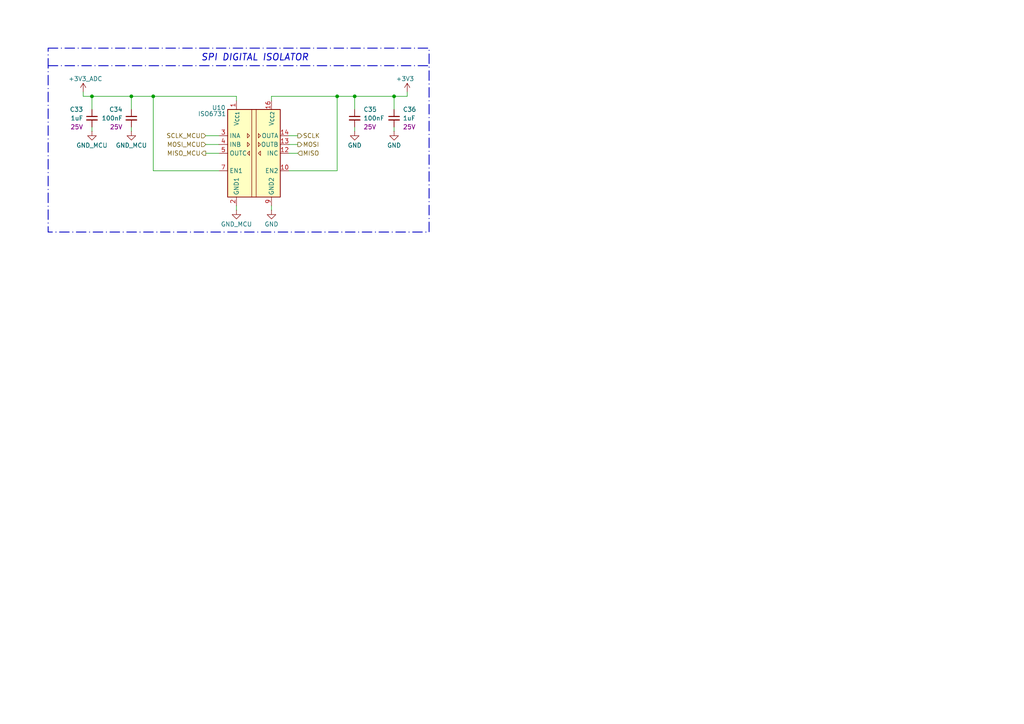
<source format=kicad_sch>
(kicad_sch (version 20231120) (generator "eeschema") (generator_version "8.0")
  (paper "A4")
  (lib_symbols
    (symbol "Device:C_Small" (pin_numbers hide) (pin_names (offset 0.254) hide)
      (property "Reference" "C" (at 0.254 1.778 0))
      (property "Value" "C_Small" (at 0.254 -2.032 0))
      (symbol "C_Small_0_1"
        (polyline (pts (xy -1.524 -0.508) (xy 1.524 -0.508)) (stroke (width 0.3302)))
        (polyline (pts (xy -1.524 0.508) (xy 1.524 0.508)) (stroke (width 0.3048)))
      )
      (symbol "C_Small_1_1"
        (pin passive line (at 0 2.54 270) (length 2.032) (name "~") (number "1"))
        (pin passive line (at 0 -2.54 90) (length 2.032) (name "~") (number "2"))
      )
    )
    (symbol "Isolator:ISO6731"
      (property "Reference" "U" (at 8.255 14.605 0))
      (property "Value" "ISO6731" (at 8.255 12.065 0))
      (symbol "ISO6731_0_1"
        (rectangle (start -7.62 12.7) (end 7.62 -12.7) (stroke (width 0.254)) (fill (type background)))
        (polyline (pts (xy -0.635 12.7) (xy -0.635 -12.7)))
        (polyline (pts (xy 0.635 12.7) (xy 0.635 -12.7)))
      )
      (symbol "ISO6731_1_1"
        (polyline (pts (xy -1.905 3.175) (xy -1.27 2.54) (xy -1.905 1.905) (xy -1.905 3.175)))
        (polyline (pts (xy -1.905 5.715) (xy -1.27 5.08) (xy -1.905 4.445) (xy -1.905 5.715)))
        (polyline (pts (xy -1.27 -0.635) (xy -1.905 0) (xy -1.27 0.635) (xy -1.27 -0.635)))
        (polyline (pts (xy 1.27 3.175) (xy 1.905 2.54) (xy 1.27 1.905) (xy 1.27 3.175)))
        (polyline (pts (xy 1.27 5.715) (xy 1.905 5.08) (xy 1.27 4.445) (xy 1.27 5.715)))
        (polyline (pts (xy 1.905 -0.635) (xy 1.27 0) (xy 1.905 0.635) (xy 1.905 -0.635)))
        (pin power_in line (at -5.08 15.24 270) (length 2.54) (name "V_{CC1}") (number "1"))
        (pin input line (at 10.16 -5.08 180) (length 2.54) (name "EN2") (number "10"))
        (pin no_connect line (at 7.62 -2.54 180) (length 2.54) hide (name "NC") (number "11"))
        (pin input line (at 10.16 0 180) (length 2.54) (name "INC") (number "12"))
        (pin output line (at 10.16 2.54 180) (length 2.54) (name "OUTB") (number "13"))
        (pin output line (at 10.16 5.08 180) (length 2.54) (name "OUTA") (number "14"))
        (pin passive line (at 5.08 -15.24 90) (length 2.54) hide (name "GND2") (number "15"))
        (pin power_in line (at 5.08 15.24 270) (length 2.54) (name "V_{CC2}") (number "16"))
        (pin power_in line (at -5.08 -15.24 90) (length 2.54) (name "GND1") (number "2"))
        (pin input line (at -10.16 5.08 0) (length 2.54) (name "INA") (number "3"))
        (pin input line (at -10.16 2.54 0) (length 2.54) (name "INB") (number "4"))
        (pin output line (at -10.16 0 0) (length 2.54) (name "OUTC") (number "5"))
        (pin no_connect line (at -7.62 -2.54 0) (length 2.54) hide (name "NC") (number "6"))
        (pin input line (at -10.16 -5.08 0) (length 2.54) (name "EN1") (number "7"))
        (pin passive line (at -5.08 -15.24 90) (length 2.54) hide (name "GND1") (number "8"))
        (pin power_in line (at 5.08 -15.24 90) (length 2.54) (name "GND2") (number "9"))
      )
    )
    (symbol "power:GND" (power) (pin_numbers hide) (pin_names (offset 0) hide)
      (property "Value" "GND" (at 0 -3.81 0))
      (symbol "GND_0_1"
        (polyline (pts (xy 0 0) (xy 0 -1.27) (xy 1.27 -1.27) (xy 0 -2.54) (xy -1.27 -1.27) (xy 0 -1.27)))
      )
      (symbol "GND_1_1"
        (pin power_in line (at 0 0 270) (length 0) (name "~") (number "1"))
      )
    )
    (symbol "power:VCC" (power) (pin_numbers hide) (pin_names (offset 0) hide)
      (property "Value" "VCC" (at 0 3.556 0))
      (symbol "VCC_0_1"
        (polyline (pts (xy -0.762 1.27) (xy 0 2.54)))
        (polyline (pts (xy 0 0) (xy 0 2.54)))
        (polyline (pts (xy 0 2.54) (xy 0.762 1.27)))
      )
      (symbol "VCC_1_1"
        (pin power_in line (at 0 0 90) (length 0) (name "~") (number "1"))
      )
    )
  )
  (junction (at 26.67 27.94))
  (junction (at 102.87 27.94))
  (junction (at 44.45 27.94))
  (junction (at 38.1 27.94))
  (junction (at 114.3 27.94))
  (junction (at 97.79 27.94))
  (wire (pts (xy 38.1 38.1) (xy 38.1 36.83)))
  (wire (pts (xy 24.13 27.94) (xy 24.13 26.67)))
  (wire (pts (xy 102.87 27.94) (xy 102.87 31.75)))
  (wire (pts (xy 26.67 27.94) (xy 38.1 27.94)))
  (wire (pts (xy 68.58 27.94) (xy 68.58 29.21)))
  (wire (pts (xy 83.82 39.37) (xy 86.36 39.37)))
  (wire (pts (xy 114.3 38.1) (xy 114.3 36.83)))
  (wire (pts (xy 83.82 44.45) (xy 86.36 44.45)))
  (wire (pts (xy 83.82 49.53) (xy 97.79 49.53)))
  (wire (pts (xy 38.1 27.94) (xy 38.1 31.75)))
  (wire (pts (xy 44.45 27.94) (xy 68.58 27.94)))
  (wire (pts (xy 24.13 27.94) (xy 26.67 27.94)))
  (wire (pts (xy 44.45 49.53) (xy 44.45 27.94)))
  (wire (pts (xy 97.79 27.94) (xy 97.79 49.53)))
  (wire (pts (xy 118.11 26.67) (xy 118.11 27.94)))
  (wire (pts (xy 97.79 27.94) (xy 102.87 27.94)))
  (wire (pts (xy 38.1 27.94) (xy 44.45 27.94)))
  (wire (pts (xy 78.74 27.94) (xy 78.74 29.21)))
  (wire (pts (xy 63.5 41.91) (xy 59.69 41.91)))
  (wire (pts (xy 26.67 38.1) (xy 26.67 36.83)))
  (wire (pts (xy 78.74 60.96) (xy 78.74 59.69)))
  (wire (pts (xy 83.82 41.91) (xy 86.36 41.91)))
  (wire (pts (xy 114.3 27.94) (xy 114.3 31.75)))
  (wire (pts (xy 102.87 27.94) (xy 114.3 27.94)))
  (wire (pts (xy 44.45 49.53) (xy 63.5 49.53)))
  (wire (pts (xy 114.3 27.94) (xy 118.11 27.94)))
  (wire (pts (xy 63.5 39.37) (xy 59.69 39.37)))
  (wire (pts (xy 68.58 59.69) (xy 68.58 60.96)))
  (polyline (pts (xy 13.97 19.05) (xy 124.46 19.05)) (stroke (width 0.254) (type dash_dot)))
  (wire (pts (xy 102.87 38.1) (xy 102.87 36.83)))
  (wire (pts (xy 78.74 27.94) (xy 97.79 27.94)))
  (wire (pts (xy 26.67 27.94) (xy 26.67 31.75)))
  (wire (pts (xy 63.5 44.45) (xy 59.69 44.45)))
  (rectangle (start 13.97 13.97) (end 124.46 67.31) (stroke (width 0.254) (type dash_dot)))
  (text "SPI DIGITAL ISOLATOR" (at 73.914 16.764 0) (effects (font (size 1.905 1.905) (thickness 0.254) (bold yes) (italic yes))))
  (hierarchical_label "MOSI_MCU" (shape input) (at 59.69 41.91 180))
  (hierarchical_label "MISO" (shape input) (at 86.36 44.45 0))
  (hierarchical_label "SCLK_MCU" (shape input) (at 59.69 39.37 180))
  (hierarchical_label "MOSI" (shape output) (at 86.36 41.91 0))
  (hierarchical_label "MISO_MCU" (shape output) (at 59.69 44.45 180))
  (hierarchical_label "SCLK" (shape output) (at 86.36 39.37 0))
  (symbol (lib_id "power:GND") (at 78.74 60.96 0) (mirror y) (unit 1)
    (property "Reference" "#PWR073" (effects (hide yes)))
    (property "Value" "GND" (at 78.74 65.024 0))
    (property "Description" "Power symbol creates a global label with name \"GND\" , ground" (effects (hide yes)))
  )
  (symbol (lib_id "power:GND") (at 26.67 38.1 0) (unit 1)
    (property "Reference" "#PWR069" (effects (hide yes)))
    (property "Value" "GND_MCU" (at 26.67 42.164 0))
    (property "Description" "Power symbol creates a global label with name \"GND\" , ground" (effects (hide yes)))
  )
  (symbol (lib_id "Isolator:ISO6731") (at 73.66 44.45 0) (unit 1)
    (property "Reference" "U10" (at 61.468 31.242 0) (effects (justify left)))
    (property "Value" "ISO6731" (at 57.404 33.02 0) (effects (justify left)))
    (property "Footprint" "Package_SO:SOIC-16W_7.5x10.3mm_P1.27mm" (effects (hide yes)))
    (property "Datasheet" "https://www.ti.com/lit/ds/symlink/iso6731.pdf" (effects (hide yes)))
    (property "Description" "General-purpose, triple-channel, 2/1, digital isolator" (effects (hide yes)))
  )
  (symbol (lib_id "Device:C_Small") (at 102.87 34.29 0) (unit 1)
    (property "Reference" "C35" (at 105.41 31.75 0) (effects (justify left)))
    (property "Value" "100nF" (at 105.41 34.29 0) (effects (justify left)))
    (property "Footprint" "Capacitor_SMD:C_0805_2012Metric" (effects (hide yes)))
    (property "Description" "Unpolarized capacitor, small symbol" (effects (hide yes)))
    (property "Link" "https://ozdisan.com/pasif-komponentler/kapasitorler/smt-smd-ve-mlcc-kapasitorler/MCF03KTB250104/1057180" (effects (hide yes)))
    (property "Mfr.No" "MCF03KTB250104" (effects (hide yes)))
    (property "Voltage" "25V" (at 105.41 36.83 0) (effects (justify left)))
  )
  (symbol (lib_id "power:GND") (at 102.87 38.1 0) (mirror y) (unit 1)
    (property "Reference" "#PWR074" (effects (hide yes)))
    (property "Value" "GND" (at 102.87 42.164 0))
    (property "Description" "Power symbol creates a global label with name \"GND\" , ground" (effects (hide yes)))
  )
  (symbol (lib_id "power:GND") (at 38.1 38.1 0) (unit 1)
    (property "Reference" "#PWR070" (effects (hide yes)))
    (property "Value" "GND_MCU" (at 38.1 42.164 0))
    (property "Description" "Power symbol creates a global label with name \"GND\" , ground" (effects (hide yes)))
  )
  (symbol (lib_id "Device:C_Small") (at 38.1 34.29 0) (mirror y) (unit 1)
    (property "Reference" "C34" (at 35.56 31.75 0) (effects (justify left)))
    (property "Value" "100nF" (at 35.56 34.29 0) (effects (justify left)))
    (property "Footprint" "Capacitor_SMD:C_0805_2012Metric" (effects (hide yes)))
    (property "Description" "Unpolarized capacitor, small symbol" (effects (hide yes)))
    (property "Link" "https://ozdisan.com/pasif-komponentler/kapasitorler/smt-smd-ve-mlcc-kapasitorler/MCF03KTB250104/1057180" (effects (hide yes)))
    (property "Mfr.No" "MCF03KTB250104" (effects (hide yes)))
    (property "Voltage" "25V" (at 35.56 36.83 0) (effects (justify left)))
  )
  (symbol (lib_id "power:GND") (at 68.58 60.96 0) (mirror y) (unit 1)
    (property "Reference" "#PWR071" (effects (hide yes)))
    (property "Value" "GND_MCU" (at 68.58 65.024 0))
    (property "Description" "Power symbol creates a global label with name \"GND\" , ground" (effects (hide yes)))
  )
  (symbol (lib_id "Device:C_Small") (at 114.3 34.29 0) (unit 1)
    (property "Reference" "C36" (at 116.84 31.75 0) (effects (justify left)))
    (property "Value" "1uF" (at 116.84 34.29 0) (effects (justify left)))
    (property "Footprint" "Capacitor_SMD:C_0805_2012Metric" (effects (hide yes)))
    (property "Description" "Unpolarized capacitor, small symbol" (effects (hide yes)))
    (property "Link" "https://ozdisan.com/pasif-komponentler/kapasitorler/smt-smd-ve-mlcc-kapasitorler/MCF03KTB250105/1057179" (effects (hide yes)))
    (property "Mfr.No" "MCF03KTB250105" (effects (hide yes)))
    (property "Voltage" "25V" (at 116.84 36.83 0) (effects (justify left)))
  )
  (symbol (lib_id "power:VCC") (at 24.13 26.67 0) (mirror y) (unit 1)
    (property "Reference" "#PWR065" (effects (hide yes)))
    (property "Value" "+3V3_ADC" (at 24.765 22.86 0))
    (property "Description" "Power symbol creates a global label with name \"VCC\"" (effects (hide yes)))
  )
  (symbol (lib_id "power:GND") (at 114.3 38.1 0) (mirror y) (unit 1)
    (property "Reference" "#PWR075" (effects (hide yes)))
    (property "Value" "GND" (at 114.3 42.164 0))
    (property "Description" "Power symbol creates a global label with name \"GND\" , ground" (effects (hide yes)))
  )
  (symbol (lib_id "Device:C_Small") (at 26.67 34.29 0) (mirror y) (unit 1)
    (property "Reference" "C33" (at 24.13 31.75 0) (effects (justify left)))
    (property "Value" "1uF" (at 24.13 34.29 0) (effects (justify left)))
    (property "Footprint" "Capacitor_SMD:C_0805_2012Metric" (effects (hide yes)))
    (property "Description" "Unpolarized capacitor, small symbol" (effects (hide yes)))
    (property "Link" "https://ozdisan.com/pasif-komponentler/kapasitorler/smt-smd-ve-mlcc-kapasitorler/MCF03KTB250105/1057179" (effects (hide yes)))
    (property "Mfr.No" "MCF03KTB250105" (effects (hide yes)))
    (property "Voltage" "25V" (at 24.13 36.83 0) (effects (justify left)))
  )
  (symbol (lib_id "power:VCC") (at 118.11 26.67 0) (unit 1)
    (property "Reference" "#PWR076" (effects (hide yes)))
    (property "Value" "+3V3" (at 117.475 22.86 0))
    (property "Description" "Power symbol creates a global label with name \"VCC\"" (effects (hide yes)))
  )
)
</source>
